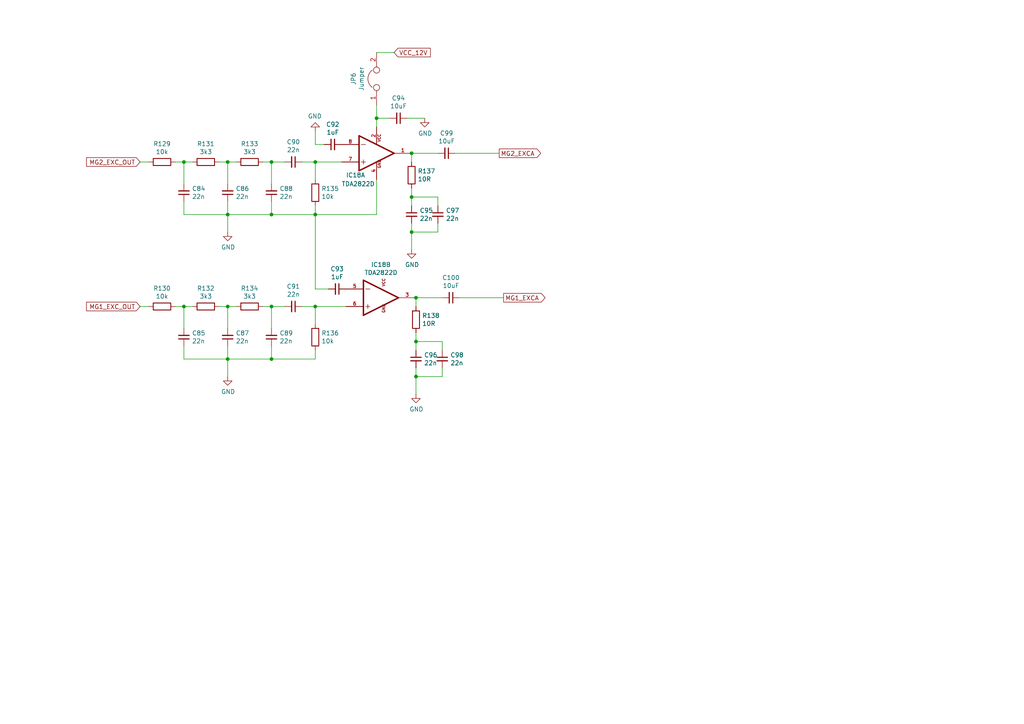
<source format=kicad_sch>
(kicad_sch (version 20211123) (generator eeschema)
  (paper "A4")
  (lib_symbols
    (symbol "auris-rescue:C_Small-Device" (pin_numbers hide) (pin_names (offset 0.254) hide)
      (property "Reference" "C" (at 0.254 1.778 0))
      (property "Value" "C_Small-Device" (at 0.254 -2.032 0))
      (symbol "C_Small-Device_0_1"
        (polyline (pts (xy -1.524 -0.508) (xy 1.524 -0.508)) (stroke (width 0.3302)))
        (polyline (pts (xy -1.524 0.508) (xy 1.524 0.508)) (stroke (width 0.3048)))
      )
      (symbol "C_Small-Device_1_1"
        (pin passive line (at 0 2.54 270) (length 2.032) (name "~") (number "1"))
        (pin passive line (at 0 -2.54 90) (length 2.032) (name "~") (number "2"))
      )
    )
    (symbol "auris-rescue:GND-power" (power) (pin_names (offset 0))
      (property "Value" "GND-power" (at 0 -3.81 0))
      (symbol "GND-power_0_1"
        (polyline (pts (xy 0 0) (xy 0 -1.27) (xy 1.27 -1.27) (xy 0 -2.54) (xy -1.27 -1.27) (xy 0 -1.27)))
      )
      (symbol "GND-power_1_1"
        (pin power_in line (at 0 0 270) (length 0) hide (name "GND") (number "1"))
      )
    )
    (symbol "auris-rescue:Jumper-Device" (pin_names (offset 0.762) hide)
      (property "Reference" "JP" (at 0 3.81 0))
      (property "Value" "Jumper-Device" (at 0 -2.032 0))
      (symbol "Jumper-Device_0_1"
        (circle (center -2.54 0) (radius 0.889))
        (arc (start 2.5146 1.27) (mid 0.0078 2.5097) (end -2.4892 1.27))
        (circle (center 2.54 0) (radius 0.889))
        (pin passive line (at -7.62 0 0) (length 4.191) (name "1") (number "1"))
        (pin passive line (at 7.62 0 180) (length 4.191) (name "2") (number "2"))
      )
    )
    (symbol "auris-rescue:R-Device" (pin_numbers hide) (pin_names (offset 0))
      (property "Reference" "R" (at 2.032 0 90))
      (property "Value" "R-Device" (at 0 0 90))
      (symbol "R-Device_0_1"
        (rectangle (start -1.016 -2.54) (end 1.016 2.54) (stroke (width 0.254)))
      )
      (symbol "R-Device_1_1"
        (pin passive line (at 0 3.81 270) (length 1.27) (name "~") (number "1"))
        (pin passive line (at 0 -3.81 90) (length 1.27) (name "~") (number "2"))
      )
    )
    (symbol "auris:TDA2822D" (pin_names (offset 1.016) hide)
      (property "Reference" "U" (at 5.08 3.175 0))
      (property "Value" "TDA2822D" (at 5.08 -5.08 0))
      (symbol "TDA2822D_0_0"
        (text "GND" (at 3.81 -4.445 900) (effects (font (size 0.8128 0.8128)) (justify left bottom)))
        (text "VCC" (at 3.81 3.175 900) (effects (font (size 0.8128 0.8128)) (justify left bottom)))
      )
      (symbol "TDA2822D_1_0"
        (polyline (pts (xy -2.54 -5.08) (xy 7.62 0)) (stroke (width 0.4064)))
        (polyline (pts (xy -2.54 5.08) (xy -2.54 -5.08)) (stroke (width 0.4064)))
        (polyline (pts (xy -1.905 -2.54) (xy -0.635 -2.54)) (stroke (width 0.1524)))
        (polyline (pts (xy -1.905 2.54) (xy -0.635 2.54)) (stroke (width 0.1524)))
        (polyline (pts (xy -1.27 -1.905) (xy -1.27 -3.175)) (stroke (width 0.1524)))
        (polyline (pts (xy 7.62 0) (xy -2.54 5.08)) (stroke (width 0.4064)))
        (pin output line (at 12.7 0 180) (length 5.08) (name "~") (number "1"))
        (pin power_in line (at 2.54 7.62 270) (length 5.08) (name "~") (number "2"))
        (pin power_in line (at 2.54 -7.62 90) (length 5.08) (name "~") (number "4"))
        (pin input line (at -7.62 -2.54 0) (length 5.08) (name "~") (number "7"))
        (pin input line (at -7.62 2.54 0) (length 5.08) (name "~") (number "8"))
      )
      (symbol "TDA2822D_2_0"
        (polyline (pts (xy -2.54 -5.08) (xy 7.62 0)) (stroke (width 0.4064)))
        (polyline (pts (xy -2.54 5.08) (xy -2.54 -5.08)) (stroke (width 0.4064)))
        (polyline (pts (xy -1.905 -2.54) (xy -0.635 -2.54)) (stroke (width 0.1524)))
        (polyline (pts (xy -1.905 2.54) (xy -0.635 2.54)) (stroke (width 0.1524)))
        (polyline (pts (xy -1.27 -1.905) (xy -1.27 -3.175)) (stroke (width 0.1524)))
        (polyline (pts (xy 7.62 0) (xy -2.54 5.08)) (stroke (width 0.4064)))
        (pin output line (at 12.7 0 180) (length 5.08) (name "~") (number "3"))
        (pin input line (at -7.62 2.54 0) (length 5.08) (name "~") (number "5"))
        (pin input line (at -7.62 -2.54 0) (length 5.08) (name "~") (number "6"))
      )
    )
  )
  (junction (at 78.74 88.9))
  (junction (at 119.38 67.31))
  (junction (at 119.38 57.15))
  (junction (at 109.22 34.29))
  (junction (at 66.04 88.9))
  (junction (at 78.74 62.23))
  (junction (at 53.34 46.99))
  (junction (at 78.74 104.14))
  (junction (at 120.65 86.36))
  (junction (at 91.44 88.9))
  (junction (at 91.44 46.99))
  (junction (at 66.04 104.14))
  (junction (at 78.74 46.99))
  (junction (at 120.65 99.06))
  (junction (at 66.04 46.99))
  (junction (at 53.34 88.9))
  (junction (at 66.04 62.23))
  (junction (at 119.38 44.45))
  (junction (at 91.44 62.23))
  (junction (at 120.65 109.22))
  (wire (pts (xy 78.74 95.25) (xy 78.74 88.9)))
  (wire (pts (xy 91.44 104.14) (xy 91.44 101.6)))
  (wire (pts (xy 120.65 96.52) (xy 120.65 99.06)))
  (wire (pts (xy 78.74 58.42) (xy 78.74 62.23)))
  (wire (pts (xy 78.74 100.33) (xy 78.74 104.14)))
  (wire (pts (xy 119.38 67.31) (xy 127 67.31)))
  (wire (pts (xy 119.38 54.61) (xy 119.38 57.15)))
  (wire (pts (xy 53.34 58.42) (xy 53.34 62.23)))
  (wire (pts (xy 128.27 99.06) (xy 128.27 101.6)))
  (wire (pts (xy 113.03 34.29) (xy 109.22 34.29)))
  (wire (pts (xy 119.38 57.15) (xy 119.38 59.69)))
  (wire (pts (xy 50.8 88.9) (xy 53.34 88.9)))
  (wire (pts (xy 66.04 104.14) (xy 66.04 109.22)))
  (wire (pts (xy 119.38 67.31) (xy 119.38 72.39)))
  (wire (pts (xy 53.34 46.99) (xy 55.88 46.99)))
  (wire (pts (xy 76.2 88.9) (xy 78.74 88.9)))
  (wire (pts (xy 66.04 100.33) (xy 66.04 104.14)))
  (wire (pts (xy 78.74 46.99) (xy 82.55 46.99)))
  (wire (pts (xy 66.04 62.23) (xy 66.04 67.31)))
  (wire (pts (xy 91.44 62.23) (xy 91.44 59.69)))
  (wire (pts (xy 78.74 53.34) (xy 78.74 46.99)))
  (wire (pts (xy 93.98 41.91) (xy 91.44 41.91)))
  (wire (pts (xy 53.34 88.9) (xy 53.34 95.25)))
  (wire (pts (xy 109.22 30.48) (xy 109.22 34.29)))
  (wire (pts (xy 50.8 46.99) (xy 53.34 46.99)))
  (wire (pts (xy 127 57.15) (xy 127 59.69)))
  (wire (pts (xy 53.34 46.99) (xy 53.34 53.34)))
  (wire (pts (xy 78.74 104.14) (xy 91.44 104.14)))
  (wire (pts (xy 120.65 106.68) (xy 120.65 109.22)))
  (wire (pts (xy 120.65 86.36) (xy 120.65 88.9)))
  (wire (pts (xy 91.44 88.9) (xy 100.33 88.9)))
  (wire (pts (xy 128.27 109.22) (xy 128.27 106.68)))
  (wire (pts (xy 120.65 109.22) (xy 128.27 109.22)))
  (wire (pts (xy 118.11 34.29) (xy 123.19 34.29)))
  (wire (pts (xy 53.34 88.9) (xy 55.88 88.9)))
  (wire (pts (xy 119.38 57.15) (xy 127 57.15)))
  (wire (pts (xy 43.18 46.99) (xy 40.64 46.99)))
  (wire (pts (xy 63.5 46.99) (xy 66.04 46.99)))
  (wire (pts (xy 114.3 15.24) (xy 109.22 15.24)))
  (wire (pts (xy 132.08 44.45) (xy 144.78 44.45)))
  (wire (pts (xy 128.27 86.36) (xy 120.65 86.36)))
  (wire (pts (xy 87.63 46.99) (xy 91.44 46.99)))
  (wire (pts (xy 53.34 100.33) (xy 53.34 104.14)))
  (wire (pts (xy 66.04 88.9) (xy 68.58 88.9)))
  (wire (pts (xy 66.04 104.14) (xy 78.74 104.14)))
  (wire (pts (xy 120.65 99.06) (xy 120.65 101.6)))
  (wire (pts (xy 53.34 104.14) (xy 66.04 104.14)))
  (wire (pts (xy 119.38 44.45) (xy 119.38 46.99)))
  (wire (pts (xy 78.74 88.9) (xy 82.55 88.9)))
  (wire (pts (xy 91.44 93.98) (xy 91.44 88.9)))
  (wire (pts (xy 109.22 34.29) (xy 109.22 36.83)))
  (wire (pts (xy 66.04 46.99) (xy 66.04 53.34)))
  (wire (pts (xy 76.2 46.99) (xy 78.74 46.99)))
  (wire (pts (xy 120.65 109.22) (xy 120.65 114.3)))
  (wire (pts (xy 120.65 99.06) (xy 128.27 99.06)))
  (wire (pts (xy 109.22 62.23) (xy 91.44 62.23)))
  (wire (pts (xy 109.22 52.07) (xy 109.22 62.23)))
  (wire (pts (xy 91.44 52.07) (xy 91.44 46.99)))
  (wire (pts (xy 66.04 58.42) (xy 66.04 62.23)))
  (wire (pts (xy 133.35 86.36) (xy 146.05 86.36)))
  (wire (pts (xy 78.74 62.23) (xy 91.44 62.23)))
  (wire (pts (xy 95.25 83.82) (xy 91.44 83.82)))
  (wire (pts (xy 91.44 62.23) (xy 91.44 83.82)))
  (wire (pts (xy 66.04 88.9) (xy 66.04 95.25)))
  (wire (pts (xy 91.44 41.91) (xy 91.44 38.1)))
  (wire (pts (xy 91.44 46.99) (xy 99.06 46.99)))
  (wire (pts (xy 127 44.45) (xy 119.38 44.45)))
  (wire (pts (xy 119.38 64.77) (xy 119.38 67.31)))
  (wire (pts (xy 87.63 88.9) (xy 91.44 88.9)))
  (wire (pts (xy 127 67.31) (xy 127 64.77)))
  (wire (pts (xy 66.04 46.99) (xy 68.58 46.99)))
  (wire (pts (xy 53.34 62.23) (xy 66.04 62.23)))
  (wire (pts (xy 63.5 88.9) (xy 66.04 88.9)))
  (wire (pts (xy 66.04 62.23) (xy 78.74 62.23)))
  (wire (pts (xy 43.18 88.9) (xy 40.64 88.9)))
  (global_label "MG1_EXCA" (shape output) (at 146.05 86.36 0) (property "Обозначения листов" "${INTERSHEET_REFS}" (effects hide)))
  (global_label "MG2_EXCA" (shape output) (at 144.78 44.45 0) (property "Обозначения листов" "${INTERSHEET_REFS}" (effects hide)))
  (global_label "MG2_EXC_OUT" (shape input) (at 40.64 46.99 180) (property "Обозначения листов" "${INTERSHEET_REFS}" (effects hide)))
  (global_label "VCC_12V" (shape input) (at 114.3 15.24 0) (property "Обозначения листов" "${INTERSHEET_REFS}" (effects hide)))
  (global_label "MG1_EXC_OUT" (shape input) (at 40.64 88.9 180) (property "Обозначения листов" "${INTERSHEET_REFS}" (effects hide)))
  (symbol (lib_id "auris:TDA2822D") (at 106.68 44.45 0) (unit 1)
    (property "Reference" "IC18" (at 100.33 50.8 0) (effects (justify left)))
    (property "Value" "TDA2822D" (at 99.06 53.34 0) (effects (justify left)))
    (property "Footprint" "Package_SO:SO-8_5.3x6.2mm_P1.27mm" (effects hide))
    (property "STANDARD" "IPC-7351B" (effects hide))
    (property "MAXIMUM_PACKAGE_HEIGHT" "1.75 mm" (effects hide))
    (property "MANUFACTURER" "ST Microelectronics" (effects hide))
    (property "PARTREV" "September 2003" (effects hide))
  )
  (symbol (lib_id "auris-rescue:R-Device") (at 46.99 46.99 270) (unit 1)
    (property "Reference" "R129" (at 46.99 41.7322 90))
    (property "Value" "10k" (at 46.99 44.0436 90))
    (property "Footprint" "Resistor_SMD:R_0805_2012Metric" (effects hide))
  )
  (symbol (lib_id "auris-rescue:R-Device") (at 59.69 46.99 270) (unit 1)
    (property "Reference" "R131" (at 59.69 41.7322 90))
    (property "Value" "3k3" (at 59.69 44.0436 90))
    (property "Footprint" "Resistor_SMD:R_0805_2012Metric" (effects hide))
  )
  (symbol (lib_id "auris-rescue:R-Device") (at 72.39 46.99 270) (unit 1)
    (property "Reference" "R133" (at 72.39 41.7322 90))
    (property "Value" "3k3" (at 72.39 44.0436 90))
    (property "Footprint" "Resistor_SMD:R_0805_2012Metric" (effects hide))
  )
  (symbol (lib_id "auris-rescue:R-Device") (at 91.44 55.88 0) (unit 1)
    (property "Reference" "R135" (at 93.218 54.7116 0) (effects (justify left)))
    (property "Value" "10k" (at 93.218 57.023 0) (effects (justify left)))
    (property "Footprint" "Resistor_SMD:R_0805_2012Metric" (effects hide))
  )
  (symbol (lib_id "auris-rescue:R-Device") (at 120.65 92.71 180) (unit 1)
    (property "Reference" "R138" (at 122.428 91.5416 0) (effects (justify right)))
    (property "Value" "10R" (at 122.428 93.853 0) (effects (justify right)))
    (property "Footprint" "Resistor_SMD:R_0805_2012Metric" (effects hide))
  )
  (symbol (lib_id "auris-rescue:C_Small-Device") (at 85.09 46.99 270) (unit 1)
    (property "Reference" "C90" (at 85.09 41.1734 90))
    (property "Value" "22n" (at 85.09 43.4848 90))
    (property "Footprint" "Capacitor_SMD:C_0805_2012Metric" (effects hide))
  )
  (symbol (lib_id "auris-rescue:C_Small-Device") (at 120.65 104.14 0) (unit 1)
    (property "Reference" "C96" (at 122.9868 102.9716 0) (effects (justify left)))
    (property "Value" "22n" (at 122.9868 105.283 0) (effects (justify left)))
    (property "Footprint" "Capacitor_SMD:C_0805_2012Metric" (effects hide))
  )
  (symbol (lib_id "auris-rescue:C_Small-Device") (at 128.27 104.14 0) (unit 1)
    (property "Reference" "C98" (at 130.6068 102.9716 0) (effects (justify left)))
    (property "Value" "22n" (at 130.6068 105.283 0) (effects (justify left)))
    (property "Footprint" "Capacitor_SMD:C_0805_2012Metric" (effects hide))
  )
  (symbol (lib_id "auris-rescue:C_Small-Device") (at 115.57 34.29 270) (unit 1)
    (property "Reference" "C94" (at 115.57 28.4734 90))
    (property "Value" "10uF" (at 115.57 30.7848 90))
    (property "Footprint" "Capacitor_SMD:C_0805_2012Metric" (effects hide))
  )
  (symbol (lib_id "auris-rescue:GND-power") (at 66.04 67.31 0) (unit 1)
    (property "Reference" "#PWR0199" (effects hide))
    (property "Value" "GND" (at 66.167 71.7042 0))
  )
  (symbol (lib_id "auris-rescue:C_Small-Device") (at 78.74 55.88 180) (unit 1)
    (property "Reference" "C88" (at 81.0768 54.7116 0) (effects (justify right)))
    (property "Value" "22n" (at 81.0768 57.023 0) (effects (justify right)))
    (property "Footprint" "Capacitor_SMD:C_0805_2012Metric" (effects hide))
  )
  (symbol (lib_id "auris-rescue:C_Small-Device") (at 66.04 55.88 180) (unit 1)
    (property "Reference" "C86" (at 68.3768 54.7116 0) (effects (justify right)))
    (property "Value" "22n" (at 68.3768 57.023 0) (effects (justify right)))
    (property "Footprint" "Capacitor_SMD:C_0805_2012Metric" (effects hide))
  )
  (symbol (lib_id "auris-rescue:C_Small-Device") (at 53.34 55.88 180) (unit 1)
    (property "Reference" "C84" (at 55.6768 54.7116 0) (effects (justify right)))
    (property "Value" "22n" (at 55.6768 57.023 0) (effects (justify right)))
    (property "Footprint" "Capacitor_SMD:C_0805_2012Metric" (effects hide))
  )
  (symbol (lib_id "auris-rescue:R-Device") (at 46.99 88.9 270) (unit 1)
    (property "Reference" "R130" (at 46.99 83.6422 90))
    (property "Value" "10k" (at 46.99 85.9536 90))
    (property "Footprint" "Resistor_SMD:R_0805_2012Metric" (effects hide))
  )
  (symbol (lib_id "auris-rescue:R-Device") (at 59.69 88.9 270) (unit 1)
    (property "Reference" "R132" (at 59.69 83.6422 90))
    (property "Value" "3k3" (at 59.69 85.9536 90))
    (property "Footprint" "Resistor_SMD:R_0805_2012Metric" (effects hide))
  )
  (symbol (lib_id "auris-rescue:R-Device") (at 72.39 88.9 270) (unit 1)
    (property "Reference" "R134" (at 72.39 83.6422 90))
    (property "Value" "3k3" (at 72.39 85.9536 90))
    (property "Footprint" "Resistor_SMD:R_0805_2012Metric" (effects hide))
  )
  (symbol (lib_id "auris-rescue:R-Device") (at 91.44 97.79 0) (unit 1)
    (property "Reference" "R136" (at 93.218 96.6216 0) (effects (justify left)))
    (property "Value" "10k" (at 93.218 98.933 0) (effects (justify left)))
    (property "Footprint" "Resistor_SMD:R_0805_2012Metric" (effects hide))
  )
  (symbol (lib_id "auris-rescue:C_Small-Device") (at 85.09 88.9 270) (unit 1)
    (property "Reference" "C91" (at 85.09 83.0834 90))
    (property "Value" "22n" (at 85.09 85.3948 90))
    (property "Footprint" "Capacitor_SMD:C_0805_2012Metric" (effects hide))
  )
  (symbol (lib_id "auris-rescue:GND-power") (at 66.04 109.22 0) (unit 1)
    (property "Reference" "#PWR0200" (effects hide))
    (property "Value" "GND" (at 66.167 113.6142 0))
  )
  (symbol (lib_id "auris-rescue:C_Small-Device") (at 78.74 97.79 180) (unit 1)
    (property "Reference" "C89" (at 81.0768 96.6216 0) (effects (justify right)))
    (property "Value" "22n" (at 81.0768 98.933 0) (effects (justify right)))
    (property "Footprint" "Capacitor_SMD:C_0805_2012Metric" (effects hide))
  )
  (symbol (lib_id "auris-rescue:C_Small-Device") (at 66.04 97.79 180) (unit 1)
    (property "Reference" "C87" (at 68.3768 96.6216 0) (effects (justify right)))
    (property "Value" "22n" (at 68.3768 98.933 0) (effects (justify right)))
    (property "Footprint" "Capacitor_SMD:C_0805_2012Metric" (effects hide))
  )
  (symbol (lib_id "auris-rescue:C_Small-Device") (at 53.34 97.79 180) (unit 1)
    (property "Reference" "C85" (at 55.6768 96.6216 0) (effects (justify right)))
    (property "Value" "22n" (at 55.6768 98.933 0) (effects (justify right)))
    (property "Footprint" "Capacitor_SMD:C_0805_2012Metric" (effects hide))
  )
  (symbol (lib_id "auris-rescue:C_Small-Device") (at 129.54 44.45 270) (unit 1)
    (property "Reference" "C99" (at 129.54 38.6334 90))
    (property "Value" "10uF" (at 129.54 40.9448 90))
    (property "Footprint" "Capacitor_SMD:C_0805_2012Metric" (effects hide))
  )
  (symbol (lib_id "auris-rescue:GND-power") (at 123.19 34.29 0) (unit 1)
    (property "Reference" "#PWR0201" (effects hide))
    (property "Value" "GND" (at 123.317 38.6842 0))
  )
  (symbol (lib_id "auris-rescue:C_Small-Device") (at 96.52 41.91 90) (unit 1)
    (property "Reference" "C92" (at 96.52 36.0934 90))
    (property "Value" "1uF" (at 96.52 38.4048 90))
    (property "Footprint" "Capacitor_SMD:C_0805_2012Metric" (effects hide))
  )
  (symbol (lib_id "auris-rescue:C_Small-Device") (at 97.79 83.82 270) (unit 1)
    (property "Reference" "C93" (at 97.79 78.0034 90))
    (property "Value" "1uF" (at 97.79 80.3148 90))
    (property "Footprint" "Capacitor_SMD:C_0805_2012Metric" (effects hide))
  )
  (symbol (lib_id "auris-rescue:C_Small-Device") (at 130.81 86.36 270) (unit 1)
    (property "Reference" "C100" (at 130.81 80.5434 90))
    (property "Value" "10uF" (at 130.81 82.8548 90))
    (property "Footprint" "Capacitor_SMD:C_0805_2012Metric" (effects hide))
  )
  (symbol (lib_id "auris-rescue:GND-power") (at 120.65 114.3 0) (unit 1)
    (property "Reference" "#PWR0202" (effects hide))
    (property "Value" "GND" (at 120.777 118.6942 0))
  )
  (symbol (lib_id "auris-rescue:R-Device") (at 119.38 50.8 180) (unit 1)
    (property "Reference" "R137" (at 121.158 49.6316 0) (effects (justify right)))
    (property "Value" "10R" (at 121.158 51.943 0) (effects (justify right)))
    (property "Footprint" "Resistor_SMD:R_0805_2012Metric" (effects hide))
  )
  (symbol (lib_id "auris-rescue:C_Small-Device") (at 119.38 62.23 0) (unit 1)
    (property "Reference" "C95" (at 121.7168 61.0616 0) (effects (justify left)))
    (property "Value" "22n" (at 121.7168 63.373 0) (effects (justify left)))
    (property "Footprint" "Capacitor_SMD:C_0805_2012Metric" (effects hide))
  )
  (symbol (lib_id "auris-rescue:C_Small-Device") (at 127 62.23 0) (unit 1)
    (property "Reference" "C97" (at 129.3368 61.0616 0) (effects (justify left)))
    (property "Value" "22n" (at 129.3368 63.373 0) (effects (justify left)))
    (property "Footprint" "Capacitor_SMD:C_0805_2012Metric" (effects hide))
  )
  (symbol (lib_id "auris-rescue:GND-power") (at 119.38 72.39 0) (unit 1)
    (property "Reference" "#PWR0203" (effects hide))
    (property "Value" "GND" (at 119.507 76.7842 0))
  )
  (symbol (lib_id "auris-rescue:GND-power") (at 91.44 38.1 180) (unit 1)
    (property "Reference" "#PWR0204" (effects hide))
    (property "Value" "GND" (at 91.313 33.7058 0))
  )
  (symbol (lib_id "auris:TDA2822D") (at 107.95 86.36 0) (unit 2)
    (property "Reference" "IC18" (at 110.49 76.7588 0))
    (property "Value" "TDA2822D" (at 110.49 79.0702 0))
    (property "Footprint" "Package_SO:SO-8_5.3x6.2mm_P1.27mm" (effects hide))
    (property "STANDARD" "IPC-7351B" (effects hide))
    (property "MAXIMUM_PACKAGE_HEIGHT" "1.75 mm" (effects hide))
    (property "MANUFACTURER" "ST Microelectronics" (effects hide))
    (property "PARTREV" "September 2003" (effects hide))
  )
  (symbol (lib_id "auris-rescue:Jumper-Device") (at 109.22 22.86 90) (unit 1)
    (property "Reference" "JP6" (at 102.5144 22.86 0))
    (property "Value" "Jumper" (at 104.8258 22.86 0))
    (property "Footprint" "Jumper:SolderJumper-2_P1.3mm_Open_RoundedPad1.0x1.5mm" (effects hide))
  )
)
</source>
